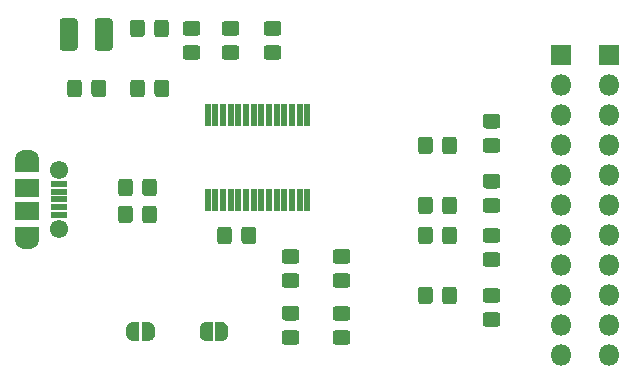
<source format=gbr>
%TF.GenerationSoftware,KiCad,Pcbnew,(5.1.6)-1*%
%TF.CreationDate,2020-05-21T20:48:38+03:00*%
%TF.ProjectId,Sharp G850-Interface,53686172-7020-4473-9835-302d496e7465,rev?*%
%TF.SameCoordinates,Original*%
%TF.FileFunction,Soldermask,Top*%
%TF.FilePolarity,Negative*%
%FSLAX46Y46*%
G04 Gerber Fmt 4.6, Leading zero omitted, Abs format (unit mm)*
G04 Created by KiCad (PCBNEW (5.1.6)-1) date 2020-05-21 20:48:38*
%MOMM*%
%LPD*%
G01*
G04 APERTURE LIST*
%ADD10O,1.800000X1.800000*%
%ADD11R,1.800000X1.800000*%
%ADD12R,0.550000X1.850000*%
%ADD13C,0.100000*%
%ADD14R,2.000000X1.300000*%
%ADD15O,2.000000X1.300000*%
%ADD16R,2.000000X1.600000*%
%ADD17C,1.550000*%
%ADD18R,1.450000X0.500000*%
G04 APERTURE END LIST*
D10*
%TO.C,J2*%
X216662000Y-118872000D03*
X216662000Y-116332000D03*
X216662000Y-113792000D03*
X216662000Y-111252000D03*
X216662000Y-108712000D03*
X216662000Y-106172000D03*
X216662000Y-103632000D03*
X216662000Y-101092000D03*
X216662000Y-98552000D03*
X216662000Y-96012000D03*
D11*
X216662000Y-93472000D03*
%TD*%
D12*
%TO.C,U1*%
X191169000Y-105708000D03*
X190519000Y-105708000D03*
X189869000Y-105708000D03*
X189219000Y-105708000D03*
X188569000Y-105708000D03*
X187919000Y-105708000D03*
X187269000Y-105708000D03*
X186619000Y-105708000D03*
X185969000Y-105708000D03*
X185319000Y-105708000D03*
X184669000Y-105708000D03*
X184019000Y-105708000D03*
X183369000Y-105708000D03*
X182719000Y-105708000D03*
X182719000Y-98508000D03*
X183369000Y-98508000D03*
X184019000Y-98508000D03*
X184669000Y-98508000D03*
X185319000Y-98508000D03*
X185969000Y-98508000D03*
X186619000Y-98508000D03*
X187269000Y-98508000D03*
X187919000Y-98508000D03*
X188569000Y-98508000D03*
X189219000Y-98508000D03*
X189869000Y-98508000D03*
X190519000Y-98508000D03*
X191169000Y-98508000D03*
%TD*%
%TO.C,R13*%
G36*
G01*
X207234262Y-99667000D02*
X206277738Y-99667000D01*
G75*
G02*
X206006000Y-99395262I0J271738D01*
G01*
X206006000Y-98688738D01*
G75*
G02*
X206277738Y-98417000I271738J0D01*
G01*
X207234262Y-98417000D01*
G75*
G02*
X207506000Y-98688738I0J-271738D01*
G01*
X207506000Y-99395262D01*
G75*
G02*
X207234262Y-99667000I-271738J0D01*
G01*
G37*
G36*
G01*
X207234262Y-101717000D02*
X206277738Y-101717000D01*
G75*
G02*
X206006000Y-101445262I0J271738D01*
G01*
X206006000Y-100738738D01*
G75*
G02*
X206277738Y-100467000I271738J0D01*
G01*
X207234262Y-100467000D01*
G75*
G02*
X207506000Y-100738738I0J-271738D01*
G01*
X207506000Y-101445262D01*
G75*
G02*
X207234262Y-101717000I-271738J0D01*
G01*
G37*
%TD*%
%TO.C,R12*%
G36*
G01*
X201775000Y-100613738D02*
X201775000Y-101570262D01*
G75*
G02*
X201503262Y-101842000I-271738J0D01*
G01*
X200796738Y-101842000D01*
G75*
G02*
X200525000Y-101570262I0J271738D01*
G01*
X200525000Y-100613738D01*
G75*
G02*
X200796738Y-100342000I271738J0D01*
G01*
X201503262Y-100342000D01*
G75*
G02*
X201775000Y-100613738I0J-271738D01*
G01*
G37*
G36*
G01*
X203825000Y-100613738D02*
X203825000Y-101570262D01*
G75*
G02*
X203553262Y-101842000I-271738J0D01*
G01*
X202846738Y-101842000D01*
G75*
G02*
X202575000Y-101570262I0J271738D01*
G01*
X202575000Y-100613738D01*
G75*
G02*
X202846738Y-100342000I271738J0D01*
G01*
X203553262Y-100342000D01*
G75*
G02*
X203825000Y-100613738I0J-271738D01*
G01*
G37*
%TD*%
%TO.C,R11*%
G36*
G01*
X206277738Y-115217000D02*
X207234262Y-115217000D01*
G75*
G02*
X207506000Y-115488738I0J-271738D01*
G01*
X207506000Y-116195262D01*
G75*
G02*
X207234262Y-116467000I-271738J0D01*
G01*
X206277738Y-116467000D01*
G75*
G02*
X206006000Y-116195262I0J271738D01*
G01*
X206006000Y-115488738D01*
G75*
G02*
X206277738Y-115217000I271738J0D01*
G01*
G37*
G36*
G01*
X206277738Y-113167000D02*
X207234262Y-113167000D01*
G75*
G02*
X207506000Y-113438738I0J-271738D01*
G01*
X207506000Y-114145262D01*
G75*
G02*
X207234262Y-114417000I-271738J0D01*
G01*
X206277738Y-114417000D01*
G75*
G02*
X206006000Y-114145262I0J271738D01*
G01*
X206006000Y-113438738D01*
G75*
G02*
X206277738Y-113167000I271738J0D01*
G01*
G37*
%TD*%
%TO.C,R10*%
G36*
G01*
X201775000Y-113313738D02*
X201775000Y-114270262D01*
G75*
G02*
X201503262Y-114542000I-271738J0D01*
G01*
X200796738Y-114542000D01*
G75*
G02*
X200525000Y-114270262I0J271738D01*
G01*
X200525000Y-113313738D01*
G75*
G02*
X200796738Y-113042000I271738J0D01*
G01*
X201503262Y-113042000D01*
G75*
G02*
X201775000Y-113313738I0J-271738D01*
G01*
G37*
G36*
G01*
X203825000Y-113313738D02*
X203825000Y-114270262D01*
G75*
G02*
X203553262Y-114542000I-271738J0D01*
G01*
X202846738Y-114542000D01*
G75*
G02*
X202575000Y-114270262I0J271738D01*
G01*
X202575000Y-113313738D01*
G75*
G02*
X202846738Y-113042000I271738J0D01*
G01*
X203553262Y-113042000D01*
G75*
G02*
X203825000Y-113313738I0J-271738D01*
G01*
G37*
%TD*%
%TO.C,R9*%
G36*
G01*
X206277738Y-110137000D02*
X207234262Y-110137000D01*
G75*
G02*
X207506000Y-110408738I0J-271738D01*
G01*
X207506000Y-111115262D01*
G75*
G02*
X207234262Y-111387000I-271738J0D01*
G01*
X206277738Y-111387000D01*
G75*
G02*
X206006000Y-111115262I0J271738D01*
G01*
X206006000Y-110408738D01*
G75*
G02*
X206277738Y-110137000I271738J0D01*
G01*
G37*
G36*
G01*
X206277738Y-108087000D02*
X207234262Y-108087000D01*
G75*
G02*
X207506000Y-108358738I0J-271738D01*
G01*
X207506000Y-109065262D01*
G75*
G02*
X207234262Y-109337000I-271738J0D01*
G01*
X206277738Y-109337000D01*
G75*
G02*
X206006000Y-109065262I0J271738D01*
G01*
X206006000Y-108358738D01*
G75*
G02*
X206277738Y-108087000I271738J0D01*
G01*
G37*
%TD*%
%TO.C,R8*%
G36*
G01*
X201775000Y-108233738D02*
X201775000Y-109190262D01*
G75*
G02*
X201503262Y-109462000I-271738J0D01*
G01*
X200796738Y-109462000D01*
G75*
G02*
X200525000Y-109190262I0J271738D01*
G01*
X200525000Y-108233738D01*
G75*
G02*
X200796738Y-107962000I271738J0D01*
G01*
X201503262Y-107962000D01*
G75*
G02*
X201775000Y-108233738I0J-271738D01*
G01*
G37*
G36*
G01*
X203825000Y-108233738D02*
X203825000Y-109190262D01*
G75*
G02*
X203553262Y-109462000I-271738J0D01*
G01*
X202846738Y-109462000D01*
G75*
G02*
X202575000Y-109190262I0J271738D01*
G01*
X202575000Y-108233738D01*
G75*
G02*
X202846738Y-107962000I271738J0D01*
G01*
X203553262Y-107962000D01*
G75*
G02*
X203825000Y-108233738I0J-271738D01*
G01*
G37*
%TD*%
%TO.C,R7*%
G36*
G01*
X207234262Y-104747000D02*
X206277738Y-104747000D01*
G75*
G02*
X206006000Y-104475262I0J271738D01*
G01*
X206006000Y-103768738D01*
G75*
G02*
X206277738Y-103497000I271738J0D01*
G01*
X207234262Y-103497000D01*
G75*
G02*
X207506000Y-103768738I0J-271738D01*
G01*
X207506000Y-104475262D01*
G75*
G02*
X207234262Y-104747000I-271738J0D01*
G01*
G37*
G36*
G01*
X207234262Y-106797000D02*
X206277738Y-106797000D01*
G75*
G02*
X206006000Y-106525262I0J271738D01*
G01*
X206006000Y-105818738D01*
G75*
G02*
X206277738Y-105547000I271738J0D01*
G01*
X207234262Y-105547000D01*
G75*
G02*
X207506000Y-105818738I0J-271738D01*
G01*
X207506000Y-106525262D01*
G75*
G02*
X207234262Y-106797000I-271738J0D01*
G01*
G37*
%TD*%
%TO.C,R6*%
G36*
G01*
X201775000Y-105693738D02*
X201775000Y-106650262D01*
G75*
G02*
X201503262Y-106922000I-271738J0D01*
G01*
X200796738Y-106922000D01*
G75*
G02*
X200525000Y-106650262I0J271738D01*
G01*
X200525000Y-105693738D01*
G75*
G02*
X200796738Y-105422000I271738J0D01*
G01*
X201503262Y-105422000D01*
G75*
G02*
X201775000Y-105693738I0J-271738D01*
G01*
G37*
G36*
G01*
X203825000Y-105693738D02*
X203825000Y-106650262D01*
G75*
G02*
X203553262Y-106922000I-271738J0D01*
G01*
X202846738Y-106922000D01*
G75*
G02*
X202575000Y-106650262I0J271738D01*
G01*
X202575000Y-105693738D01*
G75*
G02*
X202846738Y-105422000I271738J0D01*
G01*
X203553262Y-105422000D01*
G75*
G02*
X203825000Y-105693738I0J-271738D01*
G01*
G37*
%TD*%
%TO.C,R5*%
G36*
G01*
X190216262Y-111115000D02*
X189259738Y-111115000D01*
G75*
G02*
X188988000Y-110843262I0J271738D01*
G01*
X188988000Y-110136738D01*
G75*
G02*
X189259738Y-109865000I271738J0D01*
G01*
X190216262Y-109865000D01*
G75*
G02*
X190488000Y-110136738I0J-271738D01*
G01*
X190488000Y-110843262D01*
G75*
G02*
X190216262Y-111115000I-271738J0D01*
G01*
G37*
G36*
G01*
X190216262Y-113165000D02*
X189259738Y-113165000D01*
G75*
G02*
X188988000Y-112893262I0J271738D01*
G01*
X188988000Y-112186738D01*
G75*
G02*
X189259738Y-111915000I271738J0D01*
G01*
X190216262Y-111915000D01*
G75*
G02*
X190488000Y-112186738I0J-271738D01*
G01*
X190488000Y-112893262D01*
G75*
G02*
X190216262Y-113165000I-271738J0D01*
G01*
G37*
%TD*%
%TO.C,R4*%
G36*
G01*
X194534262Y-111106000D02*
X193577738Y-111106000D01*
G75*
G02*
X193306000Y-110834262I0J271738D01*
G01*
X193306000Y-110127738D01*
G75*
G02*
X193577738Y-109856000I271738J0D01*
G01*
X194534262Y-109856000D01*
G75*
G02*
X194806000Y-110127738I0J-271738D01*
G01*
X194806000Y-110834262D01*
G75*
G02*
X194534262Y-111106000I-271738J0D01*
G01*
G37*
G36*
G01*
X194534262Y-113156000D02*
X193577738Y-113156000D01*
G75*
G02*
X193306000Y-112884262I0J271738D01*
G01*
X193306000Y-112177738D01*
G75*
G02*
X193577738Y-111906000I271738J0D01*
G01*
X194534262Y-111906000D01*
G75*
G02*
X194806000Y-112177738I0J-271738D01*
G01*
X194806000Y-112884262D01*
G75*
G02*
X194534262Y-113156000I-271738J0D01*
G01*
G37*
%TD*%
%TO.C,R3*%
G36*
G01*
X176384000Y-104169738D02*
X176384000Y-105126262D01*
G75*
G02*
X176112262Y-105398000I-271738J0D01*
G01*
X175405738Y-105398000D01*
G75*
G02*
X175134000Y-105126262I0J271738D01*
G01*
X175134000Y-104169738D01*
G75*
G02*
X175405738Y-103898000I271738J0D01*
G01*
X176112262Y-103898000D01*
G75*
G02*
X176384000Y-104169738I0J-271738D01*
G01*
G37*
G36*
G01*
X178434000Y-104169738D02*
X178434000Y-105126262D01*
G75*
G02*
X178162262Y-105398000I-271738J0D01*
G01*
X177455738Y-105398000D01*
G75*
G02*
X177184000Y-105126262I0J271738D01*
G01*
X177184000Y-104169738D01*
G75*
G02*
X177455738Y-103898000I271738J0D01*
G01*
X178162262Y-103898000D01*
G75*
G02*
X178434000Y-104169738I0J-271738D01*
G01*
G37*
%TD*%
%TO.C,R2*%
G36*
G01*
X176375000Y-106455738D02*
X176375000Y-107412262D01*
G75*
G02*
X176103262Y-107684000I-271738J0D01*
G01*
X175396738Y-107684000D01*
G75*
G02*
X175125000Y-107412262I0J271738D01*
G01*
X175125000Y-106455738D01*
G75*
G02*
X175396738Y-106184000I271738J0D01*
G01*
X176103262Y-106184000D01*
G75*
G02*
X176375000Y-106455738I0J-271738D01*
G01*
G37*
G36*
G01*
X178425000Y-106455738D02*
X178425000Y-107412262D01*
G75*
G02*
X178153262Y-107684000I-271738J0D01*
G01*
X177446738Y-107684000D01*
G75*
G02*
X177175000Y-107412262I0J271738D01*
G01*
X177175000Y-106455738D01*
G75*
G02*
X177446738Y-106184000I271738J0D01*
G01*
X178153262Y-106184000D01*
G75*
G02*
X178425000Y-106455738I0J-271738D01*
G01*
G37*
%TD*%
%TO.C,R1*%
G36*
G01*
X172075000Y-95787738D02*
X172075000Y-96744262D01*
G75*
G02*
X171803262Y-97016000I-271738J0D01*
G01*
X171096738Y-97016000D01*
G75*
G02*
X170825000Y-96744262I0J271738D01*
G01*
X170825000Y-95787738D01*
G75*
G02*
X171096738Y-95516000I271738J0D01*
G01*
X171803262Y-95516000D01*
G75*
G02*
X172075000Y-95787738I0J-271738D01*
G01*
G37*
G36*
G01*
X174125000Y-95787738D02*
X174125000Y-96744262D01*
G75*
G02*
X173853262Y-97016000I-271738J0D01*
G01*
X173146738Y-97016000D01*
G75*
G02*
X172875000Y-96744262I0J271738D01*
G01*
X172875000Y-95787738D01*
G75*
G02*
X173146738Y-95516000I271738J0D01*
G01*
X173853262Y-95516000D01*
G75*
G02*
X174125000Y-95787738I0J-271738D01*
G01*
G37*
%TD*%
D13*
%TO.C,JP2*%
G36*
X176381889Y-117639398D02*
G01*
X176363466Y-117639398D01*
X176358565Y-117639157D01*
X176309734Y-117634347D01*
X176304881Y-117633627D01*
X176256756Y-117624055D01*
X176251995Y-117622863D01*
X176205040Y-117608619D01*
X176200421Y-117606966D01*
X176155088Y-117588189D01*
X176150651Y-117586091D01*
X176107378Y-117562960D01*
X176103171Y-117560438D01*
X176062372Y-117533178D01*
X176058430Y-117530254D01*
X176020501Y-117499126D01*
X176016866Y-117495831D01*
X175982169Y-117461134D01*
X175978874Y-117457499D01*
X175947746Y-117419570D01*
X175944822Y-117415628D01*
X175917562Y-117374829D01*
X175915040Y-117370622D01*
X175891909Y-117327349D01*
X175889811Y-117322912D01*
X175871034Y-117277579D01*
X175869381Y-117272960D01*
X175855137Y-117226005D01*
X175853945Y-117221244D01*
X175844373Y-117173119D01*
X175843653Y-117168266D01*
X175838843Y-117119435D01*
X175838602Y-117114534D01*
X175838602Y-117096111D01*
X175838000Y-117090000D01*
X175838000Y-116590000D01*
X175838602Y-116583889D01*
X175838602Y-116565466D01*
X175838843Y-116560565D01*
X175843653Y-116511734D01*
X175844373Y-116506881D01*
X175853945Y-116458756D01*
X175855137Y-116453995D01*
X175869381Y-116407040D01*
X175871034Y-116402421D01*
X175889811Y-116357088D01*
X175891909Y-116352651D01*
X175915040Y-116309378D01*
X175917562Y-116305171D01*
X175944822Y-116264372D01*
X175947746Y-116260430D01*
X175978874Y-116222501D01*
X175982169Y-116218866D01*
X176016866Y-116184169D01*
X176020501Y-116180874D01*
X176058430Y-116149746D01*
X176062372Y-116146822D01*
X176103171Y-116119562D01*
X176107378Y-116117040D01*
X176150651Y-116093909D01*
X176155088Y-116091811D01*
X176200421Y-116073034D01*
X176205040Y-116071381D01*
X176251995Y-116057137D01*
X176256756Y-116055945D01*
X176304881Y-116046373D01*
X176309734Y-116045653D01*
X176358565Y-116040843D01*
X176363466Y-116040602D01*
X176381889Y-116040602D01*
X176388000Y-116040000D01*
X176888000Y-116040000D01*
X176897755Y-116040961D01*
X176907134Y-116043806D01*
X176915779Y-116048427D01*
X176923355Y-116054645D01*
X176929573Y-116062221D01*
X176934194Y-116070866D01*
X176937039Y-116080245D01*
X176938000Y-116090000D01*
X176938000Y-117590000D01*
X176937039Y-117599755D01*
X176934194Y-117609134D01*
X176929573Y-117617779D01*
X176923355Y-117625355D01*
X176915779Y-117631573D01*
X176907134Y-117636194D01*
X176897755Y-117639039D01*
X176888000Y-117640000D01*
X176388000Y-117640000D01*
X176381889Y-117639398D01*
G37*
G36*
X177178245Y-117639039D02*
G01*
X177168866Y-117636194D01*
X177160221Y-117631573D01*
X177152645Y-117625355D01*
X177146427Y-117617779D01*
X177141806Y-117609134D01*
X177138961Y-117599755D01*
X177138000Y-117590000D01*
X177138000Y-116090000D01*
X177138961Y-116080245D01*
X177141806Y-116070866D01*
X177146427Y-116062221D01*
X177152645Y-116054645D01*
X177160221Y-116048427D01*
X177168866Y-116043806D01*
X177178245Y-116040961D01*
X177188000Y-116040000D01*
X177688000Y-116040000D01*
X177694111Y-116040602D01*
X177712534Y-116040602D01*
X177717435Y-116040843D01*
X177766266Y-116045653D01*
X177771119Y-116046373D01*
X177819244Y-116055945D01*
X177824005Y-116057137D01*
X177870960Y-116071381D01*
X177875579Y-116073034D01*
X177920912Y-116091811D01*
X177925349Y-116093909D01*
X177968622Y-116117040D01*
X177972829Y-116119562D01*
X178013628Y-116146822D01*
X178017570Y-116149746D01*
X178055499Y-116180874D01*
X178059134Y-116184169D01*
X178093831Y-116218866D01*
X178097126Y-116222501D01*
X178128254Y-116260430D01*
X178131178Y-116264372D01*
X178158438Y-116305171D01*
X178160960Y-116309378D01*
X178184091Y-116352651D01*
X178186189Y-116357088D01*
X178204966Y-116402421D01*
X178206619Y-116407040D01*
X178220863Y-116453995D01*
X178222055Y-116458756D01*
X178231627Y-116506881D01*
X178232347Y-116511734D01*
X178237157Y-116560565D01*
X178237398Y-116565466D01*
X178237398Y-116583889D01*
X178238000Y-116590000D01*
X178238000Y-117090000D01*
X178237398Y-117096111D01*
X178237398Y-117114534D01*
X178237157Y-117119435D01*
X178232347Y-117168266D01*
X178231627Y-117173119D01*
X178222055Y-117221244D01*
X178220863Y-117226005D01*
X178206619Y-117272960D01*
X178204966Y-117277579D01*
X178186189Y-117322912D01*
X178184091Y-117327349D01*
X178160960Y-117370622D01*
X178158438Y-117374829D01*
X178131178Y-117415628D01*
X178128254Y-117419570D01*
X178097126Y-117457499D01*
X178093831Y-117461134D01*
X178059134Y-117495831D01*
X178055499Y-117499126D01*
X178017570Y-117530254D01*
X178013628Y-117533178D01*
X177972829Y-117560438D01*
X177968622Y-117562960D01*
X177925349Y-117586091D01*
X177920912Y-117588189D01*
X177875579Y-117606966D01*
X177870960Y-117608619D01*
X177824005Y-117622863D01*
X177819244Y-117624055D01*
X177771119Y-117633627D01*
X177766266Y-117634347D01*
X177717435Y-117639157D01*
X177712534Y-117639398D01*
X177694111Y-117639398D01*
X177688000Y-117640000D01*
X177188000Y-117640000D01*
X177178245Y-117639039D01*
G37*
%TD*%
%TO.C,JP1*%
G36*
X182589889Y-117639398D02*
G01*
X182571466Y-117639398D01*
X182566565Y-117639157D01*
X182517734Y-117634347D01*
X182512881Y-117633627D01*
X182464756Y-117624055D01*
X182459995Y-117622863D01*
X182413040Y-117608619D01*
X182408421Y-117606966D01*
X182363088Y-117588189D01*
X182358651Y-117586091D01*
X182315378Y-117562960D01*
X182311171Y-117560438D01*
X182270372Y-117533178D01*
X182266430Y-117530254D01*
X182228501Y-117499126D01*
X182224866Y-117495831D01*
X182190169Y-117461134D01*
X182186874Y-117457499D01*
X182155746Y-117419570D01*
X182152822Y-117415628D01*
X182125562Y-117374829D01*
X182123040Y-117370622D01*
X182099909Y-117327349D01*
X182097811Y-117322912D01*
X182079034Y-117277579D01*
X182077381Y-117272960D01*
X182063137Y-117226005D01*
X182061945Y-117221244D01*
X182052373Y-117173119D01*
X182051653Y-117168266D01*
X182046843Y-117119435D01*
X182046602Y-117114534D01*
X182046602Y-117096111D01*
X182046000Y-117090000D01*
X182046000Y-116590000D01*
X182046602Y-116583889D01*
X182046602Y-116565466D01*
X182046843Y-116560565D01*
X182051653Y-116511734D01*
X182052373Y-116506881D01*
X182061945Y-116458756D01*
X182063137Y-116453995D01*
X182077381Y-116407040D01*
X182079034Y-116402421D01*
X182097811Y-116357088D01*
X182099909Y-116352651D01*
X182123040Y-116309378D01*
X182125562Y-116305171D01*
X182152822Y-116264372D01*
X182155746Y-116260430D01*
X182186874Y-116222501D01*
X182190169Y-116218866D01*
X182224866Y-116184169D01*
X182228501Y-116180874D01*
X182266430Y-116149746D01*
X182270372Y-116146822D01*
X182311171Y-116119562D01*
X182315378Y-116117040D01*
X182358651Y-116093909D01*
X182363088Y-116091811D01*
X182408421Y-116073034D01*
X182413040Y-116071381D01*
X182459995Y-116057137D01*
X182464756Y-116055945D01*
X182512881Y-116046373D01*
X182517734Y-116045653D01*
X182566565Y-116040843D01*
X182571466Y-116040602D01*
X182589889Y-116040602D01*
X182596000Y-116040000D01*
X183096000Y-116040000D01*
X183105755Y-116040961D01*
X183115134Y-116043806D01*
X183123779Y-116048427D01*
X183131355Y-116054645D01*
X183137573Y-116062221D01*
X183142194Y-116070866D01*
X183145039Y-116080245D01*
X183146000Y-116090000D01*
X183146000Y-117590000D01*
X183145039Y-117599755D01*
X183142194Y-117609134D01*
X183137573Y-117617779D01*
X183131355Y-117625355D01*
X183123779Y-117631573D01*
X183115134Y-117636194D01*
X183105755Y-117639039D01*
X183096000Y-117640000D01*
X182596000Y-117640000D01*
X182589889Y-117639398D01*
G37*
G36*
X183386245Y-117639039D02*
G01*
X183376866Y-117636194D01*
X183368221Y-117631573D01*
X183360645Y-117625355D01*
X183354427Y-117617779D01*
X183349806Y-117609134D01*
X183346961Y-117599755D01*
X183346000Y-117590000D01*
X183346000Y-116090000D01*
X183346961Y-116080245D01*
X183349806Y-116070866D01*
X183354427Y-116062221D01*
X183360645Y-116054645D01*
X183368221Y-116048427D01*
X183376866Y-116043806D01*
X183386245Y-116040961D01*
X183396000Y-116040000D01*
X183896000Y-116040000D01*
X183902111Y-116040602D01*
X183920534Y-116040602D01*
X183925435Y-116040843D01*
X183974266Y-116045653D01*
X183979119Y-116046373D01*
X184027244Y-116055945D01*
X184032005Y-116057137D01*
X184078960Y-116071381D01*
X184083579Y-116073034D01*
X184128912Y-116091811D01*
X184133349Y-116093909D01*
X184176622Y-116117040D01*
X184180829Y-116119562D01*
X184221628Y-116146822D01*
X184225570Y-116149746D01*
X184263499Y-116180874D01*
X184267134Y-116184169D01*
X184301831Y-116218866D01*
X184305126Y-116222501D01*
X184336254Y-116260430D01*
X184339178Y-116264372D01*
X184366438Y-116305171D01*
X184368960Y-116309378D01*
X184392091Y-116352651D01*
X184394189Y-116357088D01*
X184412966Y-116402421D01*
X184414619Y-116407040D01*
X184428863Y-116453995D01*
X184430055Y-116458756D01*
X184439627Y-116506881D01*
X184440347Y-116511734D01*
X184445157Y-116560565D01*
X184445398Y-116565466D01*
X184445398Y-116583889D01*
X184446000Y-116590000D01*
X184446000Y-117090000D01*
X184445398Y-117096111D01*
X184445398Y-117114534D01*
X184445157Y-117119435D01*
X184440347Y-117168266D01*
X184439627Y-117173119D01*
X184430055Y-117221244D01*
X184428863Y-117226005D01*
X184414619Y-117272960D01*
X184412966Y-117277579D01*
X184394189Y-117322912D01*
X184392091Y-117327349D01*
X184368960Y-117370622D01*
X184366438Y-117374829D01*
X184339178Y-117415628D01*
X184336254Y-117419570D01*
X184305126Y-117457499D01*
X184301831Y-117461134D01*
X184267134Y-117495831D01*
X184263499Y-117499126D01*
X184225570Y-117530254D01*
X184221628Y-117533178D01*
X184180829Y-117560438D01*
X184176622Y-117562960D01*
X184133349Y-117586091D01*
X184128912Y-117588189D01*
X184083579Y-117606966D01*
X184078960Y-117608619D01*
X184032005Y-117622863D01*
X184027244Y-117624055D01*
X183979119Y-117633627D01*
X183974266Y-117634347D01*
X183925435Y-117639157D01*
X183920534Y-117639398D01*
X183902111Y-117639398D01*
X183896000Y-117640000D01*
X183396000Y-117640000D01*
X183386245Y-117639039D01*
G37*
%TD*%
D10*
%TO.C,J3*%
X212598000Y-118872000D03*
X212598000Y-116332000D03*
X212598000Y-113792000D03*
X212598000Y-111252000D03*
X212598000Y-108712000D03*
X212598000Y-106172000D03*
X212598000Y-103632000D03*
X212598000Y-101092000D03*
X212598000Y-98552000D03*
X212598000Y-96012000D03*
D11*
X212598000Y-93472000D03*
%TD*%
D14*
%TO.C,J1*%
X167418500Y-102764000D03*
X167418500Y-108564000D03*
D15*
X167418500Y-109164000D03*
X167418500Y-102164000D03*
D16*
X167418500Y-104664000D03*
D17*
X170118500Y-108164000D03*
D18*
X170118500Y-105664000D03*
X170118500Y-106314000D03*
X170118500Y-106964000D03*
X170118500Y-104364000D03*
X170118500Y-105014000D03*
D17*
X170118500Y-103164000D03*
D16*
X167418500Y-106664000D03*
%TD*%
%TO.C,FB1*%
G36*
G01*
X177391000Y-90707738D02*
X177391000Y-91664262D01*
G75*
G02*
X177119262Y-91936000I-271738J0D01*
G01*
X176412738Y-91936000D01*
G75*
G02*
X176141000Y-91664262I0J271738D01*
G01*
X176141000Y-90707738D01*
G75*
G02*
X176412738Y-90436000I271738J0D01*
G01*
X177119262Y-90436000D01*
G75*
G02*
X177391000Y-90707738I0J-271738D01*
G01*
G37*
G36*
G01*
X179441000Y-90707738D02*
X179441000Y-91664262D01*
G75*
G02*
X179169262Y-91936000I-271738J0D01*
G01*
X178462738Y-91936000D01*
G75*
G02*
X178191000Y-91664262I0J271738D01*
G01*
X178191000Y-90707738D01*
G75*
G02*
X178462738Y-90436000I271738J0D01*
G01*
X179169262Y-90436000D01*
G75*
G02*
X179441000Y-90707738I0J-271738D01*
G01*
G37*
%TD*%
%TO.C,F1*%
G36*
G01*
X171704500Y-90586544D02*
X171704500Y-92801456D01*
G75*
G02*
X171436956Y-93069000I-267544J0D01*
G01*
X170447044Y-93069000D01*
G75*
G02*
X170179500Y-92801456I0J267544D01*
G01*
X170179500Y-90586544D01*
G75*
G02*
X170447044Y-90319000I267544J0D01*
G01*
X171436956Y-90319000D01*
G75*
G02*
X171704500Y-90586544I0J-267544D01*
G01*
G37*
G36*
G01*
X174679500Y-90586544D02*
X174679500Y-92801456D01*
G75*
G02*
X174411956Y-93069000I-267544J0D01*
G01*
X173422044Y-93069000D01*
G75*
G02*
X173154500Y-92801456I0J267544D01*
G01*
X173154500Y-90586544D01*
G75*
G02*
X173422044Y-90319000I267544J0D01*
G01*
X174411956Y-90319000D01*
G75*
G02*
X174679500Y-90586544I0J-267544D01*
G01*
G37*
%TD*%
%TO.C,D3*%
G36*
G01*
X189259738Y-116723000D02*
X190216262Y-116723000D01*
G75*
G02*
X190488000Y-116994738I0J-271738D01*
G01*
X190488000Y-117701262D01*
G75*
G02*
X190216262Y-117973000I-271738J0D01*
G01*
X189259738Y-117973000D01*
G75*
G02*
X188988000Y-117701262I0J271738D01*
G01*
X188988000Y-116994738D01*
G75*
G02*
X189259738Y-116723000I271738J0D01*
G01*
G37*
G36*
G01*
X189259738Y-114673000D02*
X190216262Y-114673000D01*
G75*
G02*
X190488000Y-114944738I0J-271738D01*
G01*
X190488000Y-115651262D01*
G75*
G02*
X190216262Y-115923000I-271738J0D01*
G01*
X189259738Y-115923000D01*
G75*
G02*
X188988000Y-115651262I0J271738D01*
G01*
X188988000Y-114944738D01*
G75*
G02*
X189259738Y-114673000I271738J0D01*
G01*
G37*
%TD*%
%TO.C,D2*%
G36*
G01*
X193577738Y-116741000D02*
X194534262Y-116741000D01*
G75*
G02*
X194806000Y-117012738I0J-271738D01*
G01*
X194806000Y-117719262D01*
G75*
G02*
X194534262Y-117991000I-271738J0D01*
G01*
X193577738Y-117991000D01*
G75*
G02*
X193306000Y-117719262I0J271738D01*
G01*
X193306000Y-117012738D01*
G75*
G02*
X193577738Y-116741000I271738J0D01*
G01*
G37*
G36*
G01*
X193577738Y-114691000D02*
X194534262Y-114691000D01*
G75*
G02*
X194806000Y-114962738I0J-271738D01*
G01*
X194806000Y-115669262D01*
G75*
G02*
X194534262Y-115941000I-271738J0D01*
G01*
X193577738Y-115941000D01*
G75*
G02*
X193306000Y-115669262I0J271738D01*
G01*
X193306000Y-114962738D01*
G75*
G02*
X193577738Y-114691000I271738J0D01*
G01*
G37*
%TD*%
%TO.C,D1*%
G36*
G01*
X178209000Y-96744262D02*
X178209000Y-95787738D01*
G75*
G02*
X178480738Y-95516000I271738J0D01*
G01*
X179187262Y-95516000D01*
G75*
G02*
X179459000Y-95787738I0J-271738D01*
G01*
X179459000Y-96744262D01*
G75*
G02*
X179187262Y-97016000I-271738J0D01*
G01*
X178480738Y-97016000D01*
G75*
G02*
X178209000Y-96744262I0J271738D01*
G01*
G37*
G36*
G01*
X176159000Y-96744262D02*
X176159000Y-95787738D01*
G75*
G02*
X176430738Y-95516000I271738J0D01*
G01*
X177137262Y-95516000D01*
G75*
G02*
X177409000Y-95787738I0J-271738D01*
G01*
X177409000Y-96744262D01*
G75*
G02*
X177137262Y-97016000I-271738J0D01*
G01*
X176430738Y-97016000D01*
G75*
G02*
X176159000Y-96744262I0J271738D01*
G01*
G37*
%TD*%
%TO.C,C4*%
G36*
G01*
X185575000Y-109190262D02*
X185575000Y-108233738D01*
G75*
G02*
X185846738Y-107962000I271738J0D01*
G01*
X186553262Y-107962000D01*
G75*
G02*
X186825000Y-108233738I0J-271738D01*
G01*
X186825000Y-109190262D01*
G75*
G02*
X186553262Y-109462000I-271738J0D01*
G01*
X185846738Y-109462000D01*
G75*
G02*
X185575000Y-109190262I0J271738D01*
G01*
G37*
G36*
G01*
X183525000Y-109190262D02*
X183525000Y-108233738D01*
G75*
G02*
X183796738Y-107962000I271738J0D01*
G01*
X184503262Y-107962000D01*
G75*
G02*
X184775000Y-108233738I0J-271738D01*
G01*
X184775000Y-109190262D01*
G75*
G02*
X184503262Y-109462000I-271738J0D01*
G01*
X183796738Y-109462000D01*
G75*
G02*
X183525000Y-109190262I0J271738D01*
G01*
G37*
%TD*%
%TO.C,C3*%
G36*
G01*
X187735738Y-92602000D02*
X188692262Y-92602000D01*
G75*
G02*
X188964000Y-92873738I0J-271738D01*
G01*
X188964000Y-93580262D01*
G75*
G02*
X188692262Y-93852000I-271738J0D01*
G01*
X187735738Y-93852000D01*
G75*
G02*
X187464000Y-93580262I0J271738D01*
G01*
X187464000Y-92873738D01*
G75*
G02*
X187735738Y-92602000I271738J0D01*
G01*
G37*
G36*
G01*
X187735738Y-90552000D02*
X188692262Y-90552000D01*
G75*
G02*
X188964000Y-90823738I0J-271738D01*
G01*
X188964000Y-91530262D01*
G75*
G02*
X188692262Y-91802000I-271738J0D01*
G01*
X187735738Y-91802000D01*
G75*
G02*
X187464000Y-91530262I0J271738D01*
G01*
X187464000Y-90823738D01*
G75*
G02*
X187735738Y-90552000I271738J0D01*
G01*
G37*
%TD*%
%TO.C,C2*%
G36*
G01*
X184179738Y-92602000D02*
X185136262Y-92602000D01*
G75*
G02*
X185408000Y-92873738I0J-271738D01*
G01*
X185408000Y-93580262D01*
G75*
G02*
X185136262Y-93852000I-271738J0D01*
G01*
X184179738Y-93852000D01*
G75*
G02*
X183908000Y-93580262I0J271738D01*
G01*
X183908000Y-92873738D01*
G75*
G02*
X184179738Y-92602000I271738J0D01*
G01*
G37*
G36*
G01*
X184179738Y-90552000D02*
X185136262Y-90552000D01*
G75*
G02*
X185408000Y-90823738I0J-271738D01*
G01*
X185408000Y-91530262D01*
G75*
G02*
X185136262Y-91802000I-271738J0D01*
G01*
X184179738Y-91802000D01*
G75*
G02*
X183908000Y-91530262I0J271738D01*
G01*
X183908000Y-90823738D01*
G75*
G02*
X184179738Y-90552000I271738J0D01*
G01*
G37*
%TD*%
%TO.C,C1*%
G36*
G01*
X180877738Y-92602000D02*
X181834262Y-92602000D01*
G75*
G02*
X182106000Y-92873738I0J-271738D01*
G01*
X182106000Y-93580262D01*
G75*
G02*
X181834262Y-93852000I-271738J0D01*
G01*
X180877738Y-93852000D01*
G75*
G02*
X180606000Y-93580262I0J271738D01*
G01*
X180606000Y-92873738D01*
G75*
G02*
X180877738Y-92602000I271738J0D01*
G01*
G37*
G36*
G01*
X180877738Y-90552000D02*
X181834262Y-90552000D01*
G75*
G02*
X182106000Y-90823738I0J-271738D01*
G01*
X182106000Y-91530262D01*
G75*
G02*
X181834262Y-91802000I-271738J0D01*
G01*
X180877738Y-91802000D01*
G75*
G02*
X180606000Y-91530262I0J271738D01*
G01*
X180606000Y-90823738D01*
G75*
G02*
X180877738Y-90552000I271738J0D01*
G01*
G37*
%TD*%
M02*

</source>
